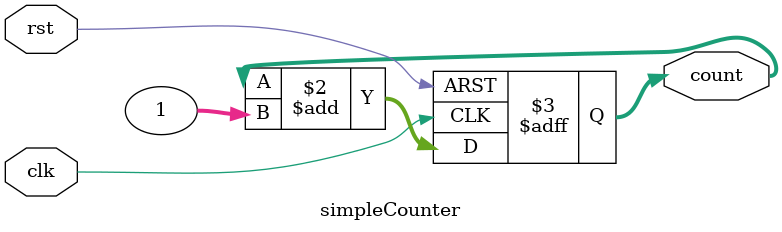
<source format=v>
module simpleCounter(clk,rst,count);
    input clk,rst;
    output reg [31:0] count;
    //sequencial logic
    always @(posedge clk or posedge rst) begin
        if(rst) count <= 32'b0;
        else count <= count + 1;
    end
endmodule


</source>
